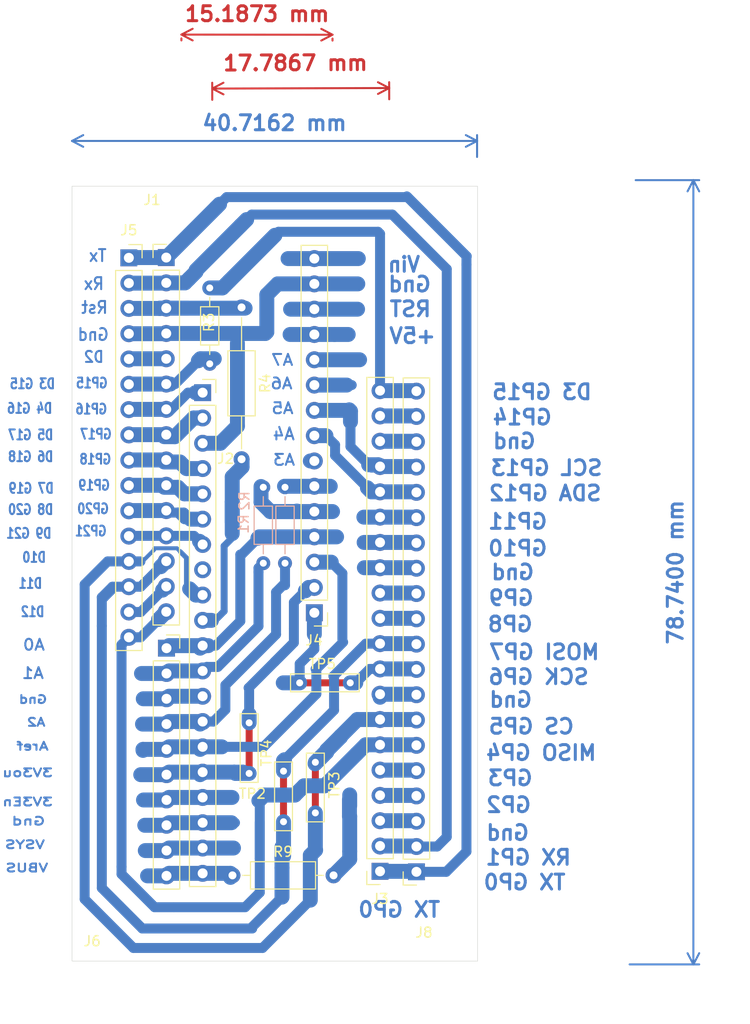
<source format=kicad_pcb>
(kicad_pcb (version 20221018) (generator pcbnew)
  (layers (0 "F.Cu" signal) (31 "B.Cu" signal) (34 "B.Paste" user) (35 "F.Paste" user) (36 "B.SilkS" user "B.Silkscreen") (37 "F.SilkS" user "F.Silkscreen") (38 "B.Mask" user) (39 "F.Mask" user) (44 "Edge.Cuts" user))
  (net 0 "")
  (net 1 "GND")
  (net 2 "Net-(J1-Pin_1)")
  (net 3 "Net-(J1-Pin_2)")
  (net 4 "Net-(J1-Pin_3)")
  (net 5 "Net-(J1-Pin_5)")
  (net 6 "Net-(J1-Pin_6)")
  (net 7 "Net-(J1-Pin_7)")
  (net 8 "Net-(J1-Pin_8)")
  (net 9 "Net-(J1-Pin_9)")
  (net 10 "Net-(J1-Pin_10)")
  (net 11 "Net-(J1-Pin_11)")
  (net 12 "Net-(J1-Pin_12)")
  (net 13 "Net-(J1-Pin_13)")
  (net 14 "Net-(J1-Pin_14)")
  (net 15 "Net-(J1-Pin_15)")
  (net 16 "Net-(J3-Pin_8)")
  (net 17 "Net-(J3-Pin_9)")
  (net 18 "Net-(J3-Pin_11)")
  (net 19 "Net-(J3-Pin_12)")
  (net 20 "Net-(J3-Pin_13)")
  (net 21 "Net-(J3-Pin_14)")
  (net 22 "Net-(J3-Pin_15)")
  (net 23 "Net-(J3-Pin_16)")
  (net 24 "Net-(J3-Pin_17)")
  (net 25 "Net-(J3-Pin_18)")
  (net 26 "Net-(J3-Pin_19)")
  (net 27 "Net-(J2-Pin_9)")
  (net 28 "Net-(J4-Pin_6)")
  (net 29 "Net-(J4-Pin_5)")
  (net 30 "unconnected-(J2-Pin_8-Pad8)")
  (net 31 "Net-(J2-Pin_11)")
  (net 32 "Net-(J2-Pin_12)")
  (net 33 "Net-(J2-Pin_13)")
  (net 34 "Net-(J2-Pin_14)")
  (net 35 "Net-(J2-Pin_15)")
  (net 36 "Net-(J2-Pin_16)")
  (net 37 "Net-(J2-Pin_17)")
  (net 38 "Net-(J2-Pin_18)")
  (net 39 "+5V")
  (net 40 "unconnected-(J4-Pin_7-Pad7)")
  (net 41 "unconnected-(J4-Pin_10-Pad10)")
  (net 42 "unconnected-(J4-Pin_11-Pad11)")
  (net 43 "unconnected-(J4-Pin_13-Pad13)")
  (net 44 "unconnected-(J4-Pin_15-Pad15)")
  (net 45 "Net-(J3-Pin_20)")
  (net 46 "Net-(J2-Pin_10)")
  (net 47 "Net-(J2-Pin_19)")
  (net 48 "Net-(J3-Pin_3)")
  (net 49 "Net-(J3-Pin_4)")
  (net 50 "Net-(J3-Pin_5)")
  (net 51 "Net-(J2-Pin_20)")
  (footprint "Connector_PinHeader_2.54mm:PinHeader_1x15_P2.54mm_Vertical" (layer "F.Cu") (at 81.534 39.2176)
    (fp_text reference "J1")
    (fp_text value "Nano_1x15")
  )
  (footprint "Connector_PinSocket_2.54mm:PinSocket_1x20_P2.54mm_Vertical" (layer "F.Cu") (at 85.1916 52.7812)
    (fp_text reference "J2")
    (fp_text value "Pi_21-40")
  )
  (footprint "Connector_PinSocket_2.54mm:PinSocket_1x20_P2.54mm_Vertical" (layer "F.Cu") (at 103.0224 100.838 180)
    (fp_text reference "J3")
    (fp_text value "Pi_1-20")
  )
  (footprint "TestPoint:TestPoint_Bridge_Pitch5.08mm_Drill0.7mm" (layer "F.Cu") (at 89.8652 91.0082 90)
    (fp_text reference "TP2")
    (fp_text value "Bridge")
  )
  (footprint "Resistor_THT:R_Axial_DIN0207_L6.3mm_D2.5mm_P10.16mm_Horizontal" (layer "F.Cu") (at 88.1888 101.2444)
    (fp_text reference "R9")
    (fp_text value "0")
  )
  (footprint "Connector_PinHeader_2.54mm:PinHeader_1x15_P2.54mm_Vertical" (layer "F.Cu") (at 96.4184 74.8792 180)
    (fp_text reference "J4")
    (fp_text value "Nano_16-30" hide)
  )
  (footprint "TestPoint:TestPoint_Bridge_Pitch5.08mm_Drill0.7mm" (layer "F.Cu") (at 96.52 94.9706 90)
    (fp_text reference "TP3")
    (fp_text value "Bridge")
  )
  (footprint "Resistor_THT:R_Axial_DIN0204_L3.6mm_D1.6mm_P7.62mm_Horizontal" (layer "F.Cu") (at 85.9028 49.8856 90)
    (fp_text reference "R3")
    (fp_text value "0")
  )
  (footprint "Connector_PinSocket_2.54mm:PinSocket_1x10_P2.54mm_Vertical" (layer "F.Cu") (at 81.5594 78.4352)
    (fp_text reference "J6")
    (fp_text value "Pico_Pow_ADC")
  )
  (footprint "Resistor_THT:R_Axial_DIN0207_L6.3mm_D2.5mm_P15.24mm_Horizontal" (layer "F.Cu") (at 89.1032 44.2214 -90)
    (fp_text reference "R4")
    (fp_text value "0")
  )
  (footprint "Connector_PinSocket_2.54mm:PinSocket_1x16_P2.54mm_Vertical" (layer "F.Cu") (at 77.7748 39.243)
    (fp_text reference "J5")
    (fp_text value "Nano_TX...MISO")
  )
  (footprint "TestPoint:TestPoint_Bridge_Pitch5.08mm_Drill0.7mm" (layer "F.Cu") (at 93.3196 95.8596 90)
    (fp_text reference "TP4")
    (fp_text value "Bridge")
  )
  (footprint "TestPoint:TestPoint_Bridge_Pitch5.08mm_Drill0.7mm" (layer "F.Cu") (at 100.0252 81.915 180)
    (fp_text reference "TP5")
    (fp_text value "Bridge")
  )
  (footprint "Connector_PinSocket_2.54mm:PinSocket_1x20_P2.54mm_Vertical" (layer "F.Cu") (at 106.68 100.8888 180)
    (fp_text reference "J8")
    (fp_text value "Pi1-20_conn")
  )
  (footprint "Resistor_THT:R_Axial_DIN0204_L3.6mm_D1.6mm_P7.62mm_Horizontal" (layer "B.Cu") (at 93.472 62.2808 -90)
    (fp_text reference "R1")
    (fp_text value "0")
  )
  (footprint "Resistor_THT:R_Axial_DIN0204_L3.6mm_D1.6mm_P7.62mm_Horizontal" (layer "B.Cu") (at 91.2876 62.2808 -90)
    (fp_text reference "R2")
    (fp_text value "0")
  )
  (gr_rect (start 72.0598 32.0548) (end 112.8268 109.855) (stroke (width 0.05)) (fill none) (layer "Edge.Cuts"))
  (gr_rect (start 109.0676 116.1288) (end 109.0676 116.1288) (stroke (width 0.05)) (fill none) (layer "Edge.Cuts"))
  (gr_text "D11" (at 69.1642 72.517) (layer "B.Cu") (effects (font (size 1 0.8) (thickness 0.2) bold) (justify left bottom mirror)))
  (gr_text "GP19" (at 75.9714 62.6618) (layer "B.Cu") (effects (font (size 1 0.8) (thickness 0.2) bold) (justify left bottom mirror)))
  (gr_text "+5V" (at 108.7628 47.9552) (layer "B.Cu") (effects (font (size 1.5 1.5) (thickness 0.3) bold) (justify left bottom mirror)))
  (gr_text "D10" (at 69.5452 69.9008) (layer "B.Cu") (effects (font (size 1 0.8) (thickness 0.2) bold) (justify left bottom mirror)))
  (gr_text "Gnd" (at 118.8212 58.5216) (layer "B.Cu") (effects (font (size 1.5 1.5) (thickness 0.3) bold) (justify left bottom mirror)))
  (gr_text "GP2" (at 118.364 95.0468) (layer "B.Cu") (effects (font (size 1.5 1.5) (thickness 0.3) bold) (justify left bottom mirror)))
  (gr_text "RST" (at 108.3056 45.2628) (layer "B.Cu") (effects (font (size 1.5 1.5) (thickness 0.3) bold) (justify left bottom mirror)))
  (gr_text "VSYS" (at 69.4436 98.6282) (layer "B.Cu") (effects (font (size 0.8 1.1) (thickness 0.2) bold) (justify left bottom mirror)))
  (gr_text "MISO GP4" (at 124.9172 89.8144) (layer "B.Cu") (effects (font (size 1.5 1.5) (thickness 0.3) bold) (justify left bottom mirror)))
  (gr_text "D8 G20" (at 70.2818 65.1002) (layer "B.Cu") (effects (font (size 1 0.8) (thickness 0.2) bold) (justify left bottom mirror)))
  (gr_text "GP8" (at 118.5164 76.9112) (layer "B.Cu") (effects (font (size 1.5 1.5) (thickness 0.3) bold) (justify left bottom mirror)))
  (gr_text "3V3ou" (at 70.231 91.4146) (layer "B.Cu") (effects (font (size 0.8 1.1) (thickness 0.2) bold) (justify left bottom mirror)))
  (gr_text "A6" (at 94.3356 52.5018) (layer "B.Cu") (effects (font (size 1.1 1.2) (thickness 0.2) bold) (justify left bottom mirror)))
  (gr_text "A5" (at 94.4372 54.991) (layer "B.Cu") (effects (font (size 1.1 1.2) (thickness 0.2) bold) (justify left bottom mirror)))
  (gr_text "MOSI GP7" (at 125.222 79.7052) (layer "B.Cu") (effects (font (size 1.5 1.5) (thickness 0.3) bold) (justify left bottom mirror)))
  (gr_text "A2" (at 69.4944 86.3346) (layer "B.Cu") (effects (font (size 0.8 1) (thickness 0.2) bold) (justify left bottom mirror)))
  (gr_text "VBUS" (at 69.7738 100.965) (layer "B.Cu") (effects (font (size 0.8 1.1) (thickness 0.2) bold) (justify left bottom mirror)))
  (gr_text "GP20" (at 75.8698 65.024) (layer "B.Cu") (effects (font (size 1 0.8) (thickness 0.2) bold) (justify left bottom mirror)))
  (gr_text "GP10" (at 119.9896 69.2912) (layer "B.Cu") (effects (font (size 1.5 1.5) (thickness 0.3) bold) (justify left bottom mirror)))
  (gr_text "A7" (at 94.4118 50.1396) (layer "B.Cu") (effects (font (size 1.1 1.2) (thickness 0.2) bold) (justify left bottom mirror)))
  (gr_text "GP16" (at 75.692 55.0164) (layer "B.Cu") (effects (font (size 1 0.8) (thickness 0.2) bold) (justify left bottom mirror)))
  (gr_text "TX GP0" (at 109.22 105.5624) (layer "B.Cu") (effects (font (size 1.5 1.5) (thickness 0.3) bold) (justify left bottom mirror)))
  (gr_text "Gnd" (at 69.4944 96.266) (layer "B.Cu") (effects (font (size 0.8 1.2) (thickness 0.2) bold) (justify left bottom mirror)))
  (gr_text "GP21" (at 75.6412 67.2592) (layer "B.Cu") (effects (font (size 1 0.8) (thickness 0.2) bold) (justify left bottom mirror)))
  (gr_text "SCK GP6" (at 124.1552 82.1944) (layer "B.Cu") (effects (font (size 1.5 1.5) (thickness 0.3) bold) (justify left bottom mirror)))
  (gr_text "Gnd" (at 118.6688 71.6788) (layer "B.Cu") (effects (font (size 1.5 1.5) (thickness 0.3) bold) (justify left bottom mirror)))
  (gr_text "A3" (at 94.5896 60.1726) (layer "B.Cu") (effects (font (size 1.1 1.2) (thickness 0.2) bold) (justify left bottom mirror)))
  (gr_text "Gnd" (at 118.1608 97.8408) (layer "B.Cu") (effects (font (size 1.5 1.5) (thickness 0.3) bold) (justify left bottom mirror)))
  (gr_text "GP11" (at 119.9896 66.5988) (layer "B.Cu") (effects (font (size 1.5 1.5) (thickness 0.3) bold) (justify left bottom mirror)))
  (gr_text "Gnd" (at 69.6722 84.0486) (layer "B.Cu") (effects (font (size 0.8 1) (thickness 0.2) bold) (justify left bottom mirror)))
  (gr_text "TX GP0" (at 121.8184 102.8192) (layer "B.Cu") (effects (font (size 1.5 1.5) (thickness 0.3) bold) (justify left bottom mirror)))
  (gr_text "A0" (at 69.4436 78.74) (layer "B.Cu") (effects (font (size 1.1 1.2) (thickness 0.2) bold) (justify left bottom mirror)))
  (gr_text "GP14" (at 120.4468 56.134) (layer "B.Cu") (effects (font (size 1.5 1.5) (thickness 0.3) bold) (justify left bottom mirror)))
  (gr_text "Gnd" (at 108.3056 42.7736) (layer "B.Cu") (effects (font (size 1.5 1.5) (thickness 0.3) bold) (justify left bottom mirror)))
  (gr_text "Vin" (at 107.188 40.7924) (layer "B.Cu") (effects (font (size 1.5 1.4) (thickness 0.3) bold) (justify left bottom mirror)))
  (gr_text "Aref" (at 69.8246 88.7476) (layer "B.Cu") (effects (font (size 0.8 1.1) (thickness 0.2) bold) (justify left bottom mirror)))
  (gr_text "D5 G17" (at 70.2818 57.6072) (layer "B.Cu") (effects (font (size 1 0.8) (thickness 0.2) bold) (justify left bottom mirror)))
  (gr_text "GP17" (at 76.1492 57.531) (layer "B.Cu") (effects (font (size 1 0.8) (thickness 0.2) bold) (justify left bottom mirror)))
  (gr_text "D3 G15" (at 70.4596 52.4764) (layer "B.Cu") (effects (font (size 1 0.8) (thickness 0.2) bold) (justify left bottom mirror)))
  (gr_text "Gnd" (at 75.8698 47.6504) (layer "B.Cu") (effects (font (size 1.2 1.1) (thickness 0.2) bold) (justify left bottom mirror)))
  (gr_text "D4 G16" (at 70.1802 54.9402) (layer "B.Cu") (effects (font (size 1 0.8) (thickness 0.2) bold) (justify left bottom mirror)))
  (gr_text "GP15" (at 75.7428 52.4002) (layer "B.Cu") (effects (font (size 1 0.8) (thickness 0.2) bold) (justify left bottom mirror)))
  (gr_text "A4" (at 94.5642 57.6326) (layer "B.Cu") (effects (font (size 1.2 1.2) (thickness 0.2) bold) (justify left bottom mirror)))
  (gr_text "GP9" (at 118.618 74.2696) (layer "B.Cu") (effects (font (size 1.5 1.5) (thickness 0.3) bold) (justify left bottom mirror)))
  (gr_text "GP18" (at 76.0984 60.0456) (layer "B.Cu") (effects (font (size 1 0.8) (thickness 0.2) bold) (justify left bottom mirror)))
  (gr_text "D12" (at 69.3928 75.3618) (layer "B.Cu") (effects (font (size 1 0.8) (thickness 0.2) bold) (justify left bottom mirror)))
  (gr_text "Rx" (at 75.3872 42.545) (layer "B.Cu") (effects (font (size 1.2 1.1) (thickness 0.2) bold) (justify left bottom mirror)))
  (gr_text "D7 G19" (at 70.3326 62.9666) (layer "B.Cu") (effects (font (size 1 0.8) (thickness 0.2) bold) (justify left bottom mirror)))
  (gr_text "D6 G18" (at 70.2818 59.7916) (layer "B.Cu") (effects (font (size 1 0.8) (thickness 0.2) bold) (justify left bottom mirror)))
  (gr_text "GP3" (at 118.5164 92.3544) (layer "B.Cu") (effects (font (size 1.5 1.5) (thickness 0.3) bold) (justify left bottom mirror)))
  (gr_text "A1" (at 69.342 81.5848) (layer "B.Cu") (effects (font (size 1.1 1.2) (thickness 0.2) bold) (justify left bottom mirror)))
  (gr_text "Rst" (at 75.7682 44.9326) (layer "B.Cu") (effects (font (size 1.2 1.1) (thickness 0.2) bold) (justify left bottom mirror)))
  (gr_text "3V3En" (at 70.231 94.3356) (layer "B.Cu") (effects (font (size 0.8 1.1) (thickness 0.2) bold) (justify left bottom mirror)))
  (gr_text "D2" (at 75.3618 49.8348) (layer "B.Cu") (effects (font (size 1.1 1) (thickness 0.2) bold) (justify left bottom mirror)))
  (gr_text "D3 GP15" (at 124.46 53.594) (layer "B.Cu") (effects (font (size 1.5 1.5) (thickness 0.3) bold) (justify left bottom mirror)))
  (gr_text "Gnd" (at 118.4656 84.4804) (layer "B.Cu") (effects (font (size 1.5 1.5) (thickness 0.3) bold) (justify left bottom mirror)))
  (gr_text "RX GP1" (at 122.3772 100.33) (layer "B.Cu") (effects (font (size 1.5 1.5) (thickness 0.3) bold) (justify left bottom mirror)))
  (gr_text "CS GP5" (at 122.682 87.1728) (layer "B.Cu") (effects (font (size 1.5 1.5) (thickness 0.3) bold) (justify left bottom mirror)))
  (gr_text "SDA GP12" (at 125.4252 63.754) (layer "B.Cu") (effects (font (size 1.5 1.5) (thickness 0.3) bold) (justify left bottom mirror)))
  (gr_text "SCL GP13" (at 125.5268 61.214) (layer "B.Cu") (effects (font (size 1.5 1.5) (thickness 0.3) bold) (justify left bottom mirror)))
  (gr_text "Tx" (at 75.6412 39.7256) (layer "B.Cu") (effects (font (size 1.2 1.1) (thickness 0.2) bold) (justify left bottom mirror)))
  (gr_text "D9 G21" (at 70.104 67.4878) (layer "B.Cu") (effects (font (size 1 0.8) (thickness 0.2) bold) (justify left bottom mirror)))
  (dimension (type aligned) (layer "F.Cu") (pts (xy 83.058 16.7132) (xy 98.245259 16.727682)) (height 0.116098) (gr_text "15,1873 mm" (at 90.675948 14.76098 359.9453649) (layer "F.Cu") (effects (font (size 1.5 1.5) (thickness 0.3)))) (format (prefix "") (suffix "") (units 3) (units_format 1) (precision 4)) (style (thickness 0.2) (arrow_length 1.27) (text_position_mode 2) (extension_height 0.58642) (extension_offset 0.5) keep_text_aligned))
  (dimension (type aligned) (layer "F.Cu") (pts (xy 86.161795 23.879737) (xy 103.948363 23.825205)) (height -1.629345) (gr_text "17,7867 mm" (at 94.522411 19.68806 0.1756630992) (layer "F.Cu") (effects (font (size 1.5 1.5) (thickness 0.3)))) (format (prefix "") (suffix "") (units 3) (units_format 1) (precision 4)) (style (thickness 0.2) (arrow_length 1.27) (text_position_mode 2) (extension_height 0.58642) (extension_offset 0.5) keep_text_aligned))
  (dimension (type orthogonal) (layer "B.Cu") (pts (xy 72.0598 27.5082) (xy 112.776 29.6164)) (height 0) (orientation 0) (gr_text "40,7162 mm" (at 92.4179 25.7082) (layer "B.Cu") (effects (font (size 1.5 1.5) (thickness 0.3)))) (format (prefix "") (suffix "") (units 3) (units_format 1) (precision 4)) (style (thickness 0.2) (arrow_length 1.27) (text_position_mode 0) (extension_height 0.58642) (extension_offset 0.5) keep_text_aligned))
  (dimension (type orthogonal) (layer "B.Cu") (pts (xy 128.2192 31.4452) (xy 127.6096 110.1852)) (height 6.2992) (orientation 1) (gr_text "78,7400 mm" (at 132.7184 70.8152 90) (layer "B.Cu") (effects (font (size 1.5 1.5) (thickness 0.3)))) (format (prefix "") (suffix "") (units 3) (units_format 1) (precision 4)) (style (thickness 0.2) (arrow_length 1.27) (text_position_mode 0) (extension_height 0.58642) (extension_offset 0.5) keep_text_aligned))
  (segment (start 91.6432 42.9514) (end 92.7354 41.8592) (width 1.5) (layer "B.Cu") (net 1))
  (segment (start 88.68769 47.81191) (end 88.68769 56.14311) (width 1.5) (layer "B.Cu") (net 1))
  (segment (start 81.534 46.8376) (end 91.4908 46.8376) (width 1.5) (layer "B.Cu") (net 1))
  (segment (start 92.7354 41.8592) (end 95.4786 41.8592) (width 1.5) (layer "B.Cu") (net 1))
  (segment (start 77.7748 46.863) (end 81.5086 46.863) (width 1.5) (layer "B.Cu") (net 1))
  (segment (start 91.6432 46.6852) (end 91.6432 42.9514) (width 1.5) (layer "B.Cu") (net 1))
  (segment (start 95.4786 41.8592) (end 96.4184 41.8592) (width 1.5) (layer "B.Cu") (net 1))
  (segment (start 86.9696 57.8612) (end 85.1916 57.8612) (width 1.5) (layer "B.Cu") (net 1))
  (segment (start 88.68769 56.14311) (end 86.9696 57.8612) (width 1.5) (layer "B.Cu") (net 1))
  (segment (start 91.4908 46.8376) (end 91.6432 46.6852) (width 1.5) (layer "B.Cu") (net 1))
  (segment (start 81.5086 46.863) (end 81.534 46.8376) (width 1.5) (layer "B.Cu") (net 1))
  (segment (start 96.4184 41.8592) (end 100.7872 41.8592) (width 1.5) (layer "B.Cu") (net 1))
  (segment (start 81.5086 39.243) (end 81.534 39.2176) (width 1.5) (layer "B.Cu") (net 2))
  (segment (start 77.8002 39.2176) (end 77.7748 39.243) (width 1.5) (layer "B.Cu") (net 2))
  (segment (start 109.6772 100.8888) (end 111.7092 98.8568) (width 1) (layer "B.Cu") (net 2))
  (segment (start 105.791 33.147) (end 87.6046 33.147) (width 1) (layer "B.Cu") (net 2))
  (segment (start 111.7346 39.0906) (end 107.3912 34.7472) (width 1) (layer "B.Cu") (net 2))
  (segment (start 107.3912 34.7472) (end 105.791 33.147) (width 1) (layer "B.Cu") (net 2))
  (segment (start 111.7092 98.8568) (end 111.7092 39.9288) (width 1) (layer "B.Cu") (net 2))
  (segment (start 111.7092 39.116) (end 111.7092 39.9288) (width 1) (layer "B.Cu") (net 2))
  (segment (start 111.7346 39.0906) (end 111.7092 39.116) (width 1) (layer "B.Cu") (net 2))
  (segment (start 81.534 39.2176) (end 77.8002 39.2176) (width 1.5) (layer "B.Cu") (net 2))
  (segment (start 86.5632 34.1884) (end 86.8934 33.8582) (width 1.5) (layer "B.Cu") (net 2))
  (segment (start 87.6046 33.147) (end 86.5632 34.1884) (width 1) (layer "B.Cu") (net 2))
  (segment (start 103.0224 100.838) (end 106.6292 100.838) (width 1.5) (layer "B.Cu") (net 2))
  (segment (start 105.7148 33.0708) (end 107.3912 34.7472) (width 1) (layer "B.Cu") (net 2))
  (segment (start 106.6292 100.838) (end 106.68 100.8888) (width 1.5) (layer "B.Cu") (net 2))
  (segment (start 106.68 100.8888) (end 109.6772 100.8888) (width 1) (layer "B.Cu") (net 2))
  (segment (start 81.534 39.2176) (end 86.5632 34.1884) (width 1.5) (layer "B.Cu") (net 2))
  (segment (start 84.52485 40.49395) (end 89.0016 36.0172) (width 1.5) (layer "B.Cu") (net 3))
  (segment (start 83.4136 41.7576) (end 83.8327 41.3385) (width 1.5) (layer "B.Cu") (net 3))
  (segment (start 109.728 40.371275) (end 104.256326 34.8996) (width 1) (layer "B.Cu") (net 3))
  (segment (start 81.5086 41.783) (end 81.534 41.7576) (width 1.5) (layer "B.Cu") (net 3))
  (segment (start 83.8327 41.3385) (end 84.5312 40.64) (width 1.5) (layer "B.Cu") (net 3))
  (segment (start 104.256326 34.8996) (end 90.1192 34.8996) (width 1) (layer "B.Cu") (net 3))
  (segment (start 89.0016 36.0172) (end 89.61755 35.40125) (width 1.5) (layer "B.Cu") (net 3))
  (segment (start 103.0224 98.298) (end 106.6292 98.298) (width 1.5) (layer "B.Cu") (net 3))
  (segment (start 81.534 41.7576) (end 83.4136 41.7576) (width 1.5) (layer "B.Cu") (net 3))
  (segment (start 77.7748 41.783) (end 81.5086 41.783) (width 1.5) (layer "B.Cu") (net 3))
  (segment (start 106.68 98.3488) (end 108.7628 98.3488) (width 1) (layer "B.Cu") (net 3))
  (segment (start 108.7628 98.3488) (end 109.728 97.3836) (width 1) (layer "B.Cu") (net 3))
  (segment (start 106.6292 98.298) (end 106.68 98.3488) (width 1.5) (layer "B.Cu") (net 3))
  (segment (start 90.1192 34.8996) (end 89.0016 36.0172) (width 1) (layer "B.Cu") (net 3))
  (segment (start 109.728 97.3836) (end 109.728 40.371275) (width 1) (layer "B.Cu") (net 3))
  (segment (start 82.6516 44.2976) (end 89.4588 44.2976) (width 1.5) (layer "B.Cu") (net 4))
  (segment (start 81.534 44.2976) (end 82.6516 44.2976) (width 1.5) (layer "B.Cu") (net 4))
  (segment (start 80.899 44.2976) (end 80.8736 44.323) (width 1.5) (layer "B.Cu") (net 4))
  (segment (start 82.6516 44.2976) (end 83.6676 44.2976) (width 1) (layer "B.Cu") (net 4))
  (segment (start 80.8736 44.323) (end 81.5086 44.323) (width 1.5) (layer "B.Cu") (net 4))
  (segment (start 83.6676 44.2976) (end 80.899 44.2976) (width 1.5) (layer "B.Cu") (net 4))
  (segment (start 81.5086 44.323) (end 81.534 44.2976) (width 1.5) (layer "B.Cu") (net 4))
  (segment (start 77.7748 44.323) (end 80.8736 44.323) (width 1.5) (layer "B.Cu") (net 4))
  (segment (start 77.8002 49.3776) (end 77.7748 49.403) (width 1.5) (layer "B.Cu") (net 5))
  (segment (start 81.534 49.3776) (end 77.8002 49.3776) (width 1.5) (layer "B.Cu") (net 5))
  (segment (start 81.534 51.9176) (end 82.423 51.9176) (width 1) (layer "B.Cu") (net 6))
  (segment (start 84.963 49.3776) (end 84.7598 49.5808) (width 1.5) (layer "B.Cu") (net 6))
  (segment (start 86.36 49.3776) (end 84.963 49.3776) (width 1.5) (layer "B.Cu") (net 6))
  (segment (start 82.423 51.9176) (end 84.7598 49.5808) (width 1) (layer "B.Cu") (net 6))
  (segment (start 81.534 51.9176) (end 81.9404 51.9176) (width 1.5) (layer "B.Cu") (net 6))
  (segment (start 81.534 51.9176) (end 77.8002 51.9176) (width 1.5) (layer "B.Cu") (net 6))
  (segment (start 77.8002 51.9176) (end 77.7748 51.943) (width 1.5) (layer "B.Cu") (net 6))
  (segment (start 83.7184 52.7812) (end 84.4804 52.7812) (width 1) (layer "B.Cu") (net 7))
  (segment (start 85.1916 52.7812) (end 84.4804 52.7812) (width 1.5) (layer "B.Cu") (net 7))
  (segment (start 77.8002 54.4576) (end 77.7748 54.483) (width 1.5) (layer "B.Cu") (net 7))
  (segment (start 81.3308 54.6608) (end 81.8388 54.6608) (width 1) (layer "B.Cu") (net 7))
  (segment (start 81.534 54.4576) (end 77.8002 54.4576) (width 1.5) (layer "B.Cu") (net 7))
  (segment (start 81.8388 54.6608) (end 83.7184 52.7812) (width 1) (layer "B.Cu") (net 7))
  (segment (start 77.8002 56.9976) (end 77.7748 57.023) (width 1.5) (layer "B.Cu") (net 8))
  (segment (start 82.6262 56.9722) (end 84.2772 55.3212) (width 1.5) (layer "B.Cu") (net 8))
  (segment (start 85.1916 55.3212) (end 84.6836 55.3212) (width 1.5) (layer "B.Cu") (net 8))
  (segment (start 82.3976 57.2008) (end 82.6262 56.9722) (width 1.5) (layer "B.Cu") (net 8))
  (segment (start 81.3308 57.2008) (end 82.3976 57.2008) (width 1.5) (layer "B.Cu") (net 8))
  (segment (start 81.534 56.9976) (end 77.8002 56.9976) (width 1.5) (layer "B.Cu") (net 8))
  (segment (start 84.2772 55.3212) (end 84.6836 55.3212) (width 1.5) (layer "B.Cu") (net 8))
  (segment (start 81.5086 59.563) (end 81.534 59.5376) (width 1.5) (layer "B.Cu") (net 9))
  (segment (start 85.1916 60.4012) (end 83.566 60.4012) (width 1.5) (layer "B.Cu") (net 9))
  (segment (start 77.8002 59.5376) (end 77.7748 59.563) (width 1.5) (layer "B.Cu") (net 9))
  (segment (start 82.9056 59.7408) (end 81.3308 59.7408) (width 1.5) (layer "B.Cu") (net 9))
  (segment (start 83.566 60.4012) (end 82.9056 59.7408) (width 1.5) (layer "B.Cu") (net 9))
  (segment (start 81.534 59.5376) (end 77.8002 59.5376) (width 1.5) (layer "B.Cu") (net 9))
  (segment (start 85.1916 62.9412) (end 83.3628 62.9412) (width 1.5) (layer "B.Cu") (net 10))
  (segment (start 84.074 62.9412) (end 83.3628 62.9412) (width 1) (layer "B.Cu") (net 10))
  (segment (start 81.534 62.0776) (end 77.8002 62.0776) (width 1.5) (layer "B.Cu") (net 10))
  (segment (start 82.7024 62.2808) (end 81.3308 62.2808) (width 1.5) (layer "B.Cu") (net 10))
  (segment (start 83.3628 62.9412) (end 82.7024 62.2808) (width 1.5) (layer "B.Cu") (net 10))
  (segment (start 85.1916 62.9412) (end 84.074 62.9412) (width 1.5) (layer "B.Cu") (net 10))
  (segment (start 77.8002 62.0776) (end 77.7748 62.103) (width 1.5) (layer "B.Cu") (net 10))
  (segment (start 81.5086 62.103) (end 81.534 62.0776) (width 1.5) (layer "B.Cu") (net 10))
  (segment (start 83.3628 65.4812) (end 82.7024 64.8208) (width 1) (layer "B.Cu") (net 11))
  (segment (start 83.312 64.8208) (end 82.7024 64.8208) (width 1) (layer "B.Cu") (net 11))
  (segment (start 82.7024 64.8208) (end 81.3308 64.8208) (width 1) (layer "B.Cu") (net 11))
  (segment (start 77.8002 64.6176) (end 77.7748 64.643) (width 1.5) (layer "B.Cu") (net 11))
  (segment (start 85.1916 65.4812) (end 83.3628 65.4812) (width 1) (layer "B.Cu") (net 11))
  (segment (start 81.5086 64.643) (end 81.534 64.6176) (width 1.5) (layer "B.Cu") (net 11))
  (segment (start 85.1916 65.4812) (end 83.9724 65.4812) (width 1.5) (layer "B.Cu") (net 11))
  (segment (start 83.9724 65.4812) (end 83.312 64.8208) (width 1) (layer "B.Cu") (net 11))
  (segment (start 81.534 64.6176) (end 77.8002 64.6176) (width 1.5) (layer "B.Cu") (net 11))
  (segment (start 77.8002 67.1576) (end 77.7748 67.183) (width 1) (layer "B.Cu") (net 12))
  (segment (start 81.534 67.1576) (end 77.8002 67.1576) (width 1) (layer "B.Cu") (net 12))
  (segment (start 81.534 67.1576) (end 84.328 67.1576) (width 1) (layer "B.Cu") (net 12))
  (segment (start 84.328 67.1576) (end 84.8741 67.7037) (width 1) (layer "B.Cu") (net 12))
  (segment (start 85.1916 68.0212) (end 84.8741 67.7037) (width 1.5) (layer "B.Cu") (net 12))
  (segment (start 93.3196 95.8596) (end 93.3196 90.7796) (width 0.7) (layer "F.Cu") (net 13))
  (segment (start 93.3196 99.314) (end 93.3196 95.8596) (width 1.5) (layer "B.Cu") (net 13))
  (segment (start 81.534 69.6976) (end 80.9752 70.2564) (width 1.5) (layer "B.Cu") (net 13))
  (segment (start 93.1672 99.4664) (end 93.3196 99.314) (width 1.5) (layer "B.Cu") (net 13))
  (segment (start 90.17 106.426) (end 90.17 106.5784) (width 1) (layer "B.Cu") (net 13))
  (segment (start 75.057 76.2) (end 75.057 73.3298) (width 1) (layer "B.Cu") (net 13))
  (segment (start 98.3361 81.2419) (end 98.3996 81.3054) (width 1) (layer "B.Cu") (net 13))
  (segment (start 76.835 104.2924) (end 79.121 106.5784) (width 1) (layer "B.Cu") (net 13))
  (segment (start 93.1672 98.3996) (end 93.1672 99.4664) (width 1.5) (layer "B.Cu") (net 13))
  (segment (start 93.1672 103.4288) (end 90.17 106.426) (width 1) (layer "B.Cu") (net 13))
  (segment (start 106.6292 77.978) (end 106.68 78.0288) (width 1.5) (layer "B.Cu") (net 13))
  (segment (start 75.057 102.5144) (end 76.835 104.2924) (width 1) (layer "B.Cu") (net 13))
  (segment (start 103.0224 77.978) (end 101.6 77.978) (width 1) (layer "B.Cu") (net 13))
  (segment (start 98.3996 81.3054) (end 98.3996 84.6582) (width 1) (layer "B.Cu") (net 13))
  (segment (start 75.2602 73.3298) (end 75.9714 72.6186) (width 1) (layer "B.Cu") (net 13))
  (segment (start 75.057 73.3298) (end 75.2602 73.3298) (width 1) (layer "B.Cu") (net 13))
  (segment (start 76.1238 72.263) (end 75.057 73.3298) (width 1) (layer "B.Cu") (net 13))
  (segment (start 93.1672 100.4824) (end 93.1672 103.4288) (width 1.5) (layer "B.Cu") (net 13))
  (segment (start 98.3996 84.6582) (end 93.4212 89.6366) (width 1) (layer "B.Cu") (net 13))
  (segment (start 93.1672 99.4664) (end 93.1672 100.4824) (width 1.5) (layer "B.Cu") (net 13))
  (segment (start 93.3196 90.7796) (end 93.3196 89.7382) (width 1.5) (layer "B.Cu") (net 13))
  (segment (start 78.9686 72.263) (end 77.7748 72.263) (width 1) (layer "B.Cu") (net 13))
  (segment (start 77.7748 72.263) (end 76.1238 72.263) (width 1) (layer "B.Cu") (net 13))
  (segment (start 90.17 106.5784) (end 79.121 106.5784) (width 1) (layer "B.Cu") (net 13))
  (segment (start 75.057 76.2) (end 75.057 102.5144) (width 1) (layer "B.Cu") (net 13))
  (segment (start 93.3196 89.7382) (end 93.4212 89.6366) (width 1.5) (layer "B.Cu") (net 13))
  (segment (start 103.0224 77.978) (end 106.6292 77.978) (width 1.5) (layer "B.Cu") (net 13))
  (segment (start 101.6 77.978) (end 98.3361 81.2419) (width 1) (layer "B.Cu") (net 13))
  (segment (start 80.9752 70.2564) (end 78.9686 72.263) (width 1) (layer "B.Cu") (net 13))
  (segment (start 78.9686 74.803) (end 77.7748 74.803) (width 1) (layer "B.Cu") (net 14))
  (segment (start 81.534 72.2376) (end 81.1657 72.6059) (width 1.5) (layer "B.Cu") (net 14))
  (segment (start 81.1657 72.6059) (end 78.9686 74.803) (width 1) (layer "B.Cu") (net 14))
  (segment (start 99.6696 90.043) (end 100.6729 89.0397) (width 1) (layer "B.Cu") (net 15))
  (segment (start 91.4019 93.1799) (end 90.8431 93.7387) (width 1.5) (layer "B.Cu") (net 15))
  (segment (start 90.932 93.8276) (end 90.8431 93.7387) (width 1) (layer "B.Cu") (net 15))
  (segment (start 77.0382 101.1174) (end 80.3656 104.4448) (width 1) (layer "B.Cu") (net 15))
  (segment (start 103.0224 88.138) (end 103.9368 88.138) (width 1.5) (layer "B.Cu") (net 15))
  (segment (start 80.3656 104.4448) (end 82.296 104.4448) (width 1) (layer "B.Cu") (net 15))
  (segment (start 90.932 99.568) (end 90.932 102.9716) (width 1) (layer "B.Cu") (net 15))
  (segment (start 78.9686 77.343) (end 80.7593 75.5523) (width 1) (layer "B.Cu") (net 15))
  (segment (start 103.9368 88.138) (end 101.5746 88.138) (width 1.5) (layer "B.Cu") (net 15))
  (segment (start 101.5746 88.138) (end 100.6729 89.0397) (width 1.5) (layer "B.Cu") (net 15))
  (segment (start 94.4626 93.1799) (end 91.4019 93.1799) (width 1.5) (layer "B.Cu") (net 15))
  (segment (start 81.534 74.7776) (end 80.7593 75.5523) (width 1.5) (layer "B.Cu") (net 15))
  (segment (start 90.932 95.9104) (end 90.932 99.568) (width 1) (layer "B.Cu") (net 15))
  (segment (start 77.0382 100.3808) (end 77.0382 101.1174) (width 1) (layer "B.Cu") (net 15))
  (segment (start 95.3897 92.2528) (end 94.4626 93.1799) (width 1.5) (layer "B.Cu") (net 15))
  (segment (start 77.7748 77.343) (end 78.9686 77.343) (width 1) (layer "B.Cu") (net 15))
  (segment (start 100.6729 89.0397) (end 97.4598 92.2528) (width 1.5) (layer "B.Cu") (net 15))
  (segment (start 77.0382 78.0796) (end 77.0382 100.3808) (width 1) (layer "B.Cu") (net 15))
  (segment (start 103.9368 88.138) (end 106.6292 88.138) (width 1.5) (layer "B.Cu") (net 15))
  (segment (start 106.6292 88.138) (end 106.68 88.1888) (width 1.5) (layer "B.Cu") (net 15))
  (segment (start 90.932 102.9716) (end 89.4588 104.4448) (width 1) (layer "B.Cu") (net 15))
  (segment (start 89.4588 104.4448) (end 82.296 104.4448) (width 1) (layer "B.Cu") (net 15))
  (segment (start 77.7748 77.343) (end 77.0382 78.0796) (width 1) (layer "B.Cu") (net 15))
  (segment (start 94.4626 93.1799) (end 93.6625 93.1799) (width 1.5) (layer "B.Cu") (net 15))
  (segment (start 90.932 99.568) (end 90.932 93.8276) (width 1) (layer "B.Cu") (net 15))
  (segment (start 97.4598 92.2528) (end 95.3897 92.2528) (width 1.5) (layer "B.Cu") (net 15))
  (segment (start 103.0224 83.058) (end 106.6292 83.058) (width 1.5) (layer "B.Cu") (net 16))
  (segment (start 103.0224 83.3628) (end 103.0224 83.058) (width 1.5) (layer "B.Cu") (net 16))
  (segment (start 106.6292 83.058) (end 106.68 83.1088) (width 1.5) (layer "B.Cu") (net 16))
  (segment (start 100.0252 81.915) (end 94.9452 81.915) (width 0.7) (layer "F.Cu") (net 17))
  (segment (start 94.9452 81.915) (end 93.2942 81.915) (width 1.5) (layer "B.Cu") (net 17))
  (segment (start 101.981 80.518) (end 103.0224 80.518) (width 1) (layer "B.Cu") (net 17))
  (segment (start 96.4184 74.8792) (end 96.4184 77.0382) (width 1.5) (layer "B.Cu") (net 17))
  (segment (start 94.9452 81.915) (end 94.9452 80.01) (width 1) (layer "B.Cu") (net 17))
  (segment (start 96.4184 78.5368) (end 96.4184 77.0382) (width 1) (layer "B.Cu") (net 17))
  (segment (start 106.6292 80.518) (end 106.68 80.5688) (width 1.5) (layer "B.Cu") (net 17))
  (segment (start 103.0224 80.518) (end 106.6292 80.518) (width 1.5) (layer "B.Cu") (net 17))
  (segment (start 100.0252 81.915) (end 100.584 81.915) (width 1.5) (layer "B.Cu") (net 17))
  (segment (start 94.9452 80.01) (end 96.4184 78.5368) (width 1) (layer "B.Cu") (net 17))
  (segment (start 100.584 81.915) (end 101.981 80.518) (width 1) (layer "B.Cu") (net 17))
  (segment (start 106.6292 75.438) (end 106.68 75.4888) (width 1.5) (layer "B.Cu") (net 18))
  (segment (start 103.0224 75.438) (end 106.6292 75.438) (width 1.5) (layer "B.Cu") (net 18))
  (segment (start 106.6292 72.898) (end 106.68 72.9488) (width 1.5) (layer "B.Cu") (net 19))
  (segment (start 103.0224 72.898) (end 106.6292 72.898) (width 1.5) (layer "B.Cu") (net 19))
  (segment (start 103.0224 70.358) (end 101.4476 70.358) (width 1.5) (layer "B.Cu") (net 20))
  (segment (start 103.0224 70.358) (end 106.6292 70.358) (width 1.5) (layer "B.Cu") (net 20))
  (segment (start 106.6292 70.358) (end 106.68 70.4088) (width 1.5) (layer "B.Cu") (net 20))
  (segment (start 103.0224 67.818) (end 101.4222 67.818) (width 1.5) (layer "B.Cu") (net 21))
  (segment (start 103.0224 67.818) (end 106.6292 67.818) (width 1.5) (layer "B.Cu") (net 21))
  (segment (start 106.6292 67.818) (end 106.68 67.8688) (width 1.5) (layer "B.Cu") (net 21))
  (segment (start 103.0224 65.278) (end 106.6292 65.278) (width 1.5) (layer "B.Cu") (net 22))
  (segment (start 103.0224 65.278) (end 101.3968 65.278) (width 1.5) (layer "B.Cu") (net 22))
  (segment (start 106.6292 65.278) (end 106.68 65.3288) (width 1.5) (layer "B.Cu") (net 22))
  (segment (start 102.1588 62.738) (end 101.7524 62.3316) (width 1.5) (layer "B.Cu") (net 23))
  (segment (start 103.0224 62.738) (end 106.6292 62.738) (width 1.5) (layer "B.Cu") (net 23))
  (segment (start 96.4184 57.0992) (end 97.5868 57.0992) (width 1.5) (layer "B.Cu") (net 23))
  (segment (start 97.5868 57.0992) (end 98.5012 58.0136) (width 1) (layer "B.Cu") (net 23))
  (segment (start 98.5012 58.0136) (end 98.5012 59.0804) (width 1) (layer "B.Cu") (net 23))
  (segment (start 103.0224 62.738) (end 102.1588 62.738) (width 1.5) (layer "B.Cu") (net 23))
  (segment (start 101.7524 62.3316) (end 98.5012 59.0804) (width 1) (layer "B.Cu") (net 23))
  (segment (start 106.6292 62.738) (end 106.68 62.7888) (width 1.5) (layer "B.Cu") (net 23))
  (segment (start 99.8728 54.5592) (end 99.9236 54.5084) (width 1.5) (layer "B.Cu") (net 24))
  (segment (start 103.124 60.2996) (end 102.1588 60.2996) (width 1) (layer "B.Cu") (net 24))
  (segment (start 102.1588 60.2996) (end 101.8794 60.0202) (width 1) (layer "B.Cu") (net 24))
  (segment (start 96.4184 54.5592) (end 99.8728 54.5592) (width 1.5) (layer "B.Cu") (net 24))
  (segment (start 103.0224 60.198) (end 106.6292 60.198) (width 1.5) (layer "B.Cu") (net 24))
  (segment (start 100.0506 58.1914) (end 100.0506 55.7022) (width 1) (layer "B.Cu") (net 24))
  (segment (start 106.6292 60.198) (end 106.68 60.2488) (width 1.5) (layer "B.Cu") (net 24))
  (segment (start 99.9236 54.5084) (end 100.0506 54.6354) (width 1.5) (layer "B.Cu") (net 24))
  (segment (start 102.8446 60.0202) (end 101.8794 60.0202) (width 1.5) (layer "B.Cu") (net 24))
  (segment (start 100.0506 54.6354) (end 100.0506 55.7022) (width 1.5) (layer "B.Cu") (net 24))
  (segment (start 101.8794 60.0202) (end 100.0506 58.1914) (width 1) (layer "B.Cu") (net 24))
  (segment (start 103.0224 60.198) (end 102.8446 60.0202) (width 1.5) (layer "B.Cu") (net 24))
  (segment (start 103.0224 57.658) (end 106.6292 57.658) (width 1.5) (layer "B.Cu") (net 25))
  (segment (start 103.0224 57.658) (end 104.394 57.658) (width 1.5) (layer "B.Cu") (net 25))
  (segment (start 103.0224 55.118) (end 106.6292 55.118) (width 1.5) (layer "B.Cu") (net 26))
  (segment (start 106.6292 55.118) (end 106.68 55.1688) (width 1.5) (layer "B.Cu") (net 26))
  (segment (start 96.52 94.9706) (end 96.52 89.8906) (width 0.7) (layer "F.Cu") (net 27))
  (segment (start 79.1464 69.723) (end 78.9432 69.723) (width 0.4) (layer "B.Cu") (net 27))
  (segment (start 100.7364 85.598) (end 99.06 87.2744) (width 1.5) (layer "B.Cu") (net 27))
  (segment (start 80.3094 68.56) (end 79.1464 69.723) (width 0.4) (layer "B.Cu") (net 27))
  (segment (start 106.6292 85.598) (end 106.68 85.6488) (width 1.5) (layer "B.Cu") (net 27))
  (segment (start 96.5454 98.7044) (end 96.012 99.2378) (width 1.5) (layer "B.Cu") (net 27))
  (segment (start 78.232 108.5342) (end 91.2114 108.5342) (width 1) (layer "B.Cu") (net 27))
  (segment (start 77.7748 69.723) (end 78.9432 69.723) (width 1) (layer "B.Cu") (net 27))
  (segment (start 83.566 72.1614) (end 83.566 69.3674) (width 0.5) (layer "B.Cu") (net 27))
  (segment (start 82.9564 68.7578) (end 82.6062 68.4076) (width 0.4) (layer "B.Cu") (net 27))
  (segment (start 85.1916 73.1012) (end 84.5058 73.1012) (width 1.5) (layer "B.Cu") (net 27))
  (segment (start 80.3094 68.4076) (end 80.3094 68.56) (width 0.4) (layer "B.Cu") (net 27))
  (segment (start 96.5454 98.7044) (end 96.52 98.679) (width 1.5) (layer "B.Cu") (net 27))
  (segment (start 96.52 98.679) (end 96.52 94.9706) (width 1.5) (layer "B.Cu") (net 27))
  (segment (start 77.7748 69.723) (end 75.6412 69.723) (width 1) (layer "B.Cu") (net 27))
  (segment (start 103.0224 85.598) (end 103.8098 85.598) (width 1.5) (layer "B.Cu") (net 27))
  (segment (start 103.8098 85.598) (end 100.7364 85.598) (width 1.5) (layer "B.Cu") (net 27))
  (segment (start 75.6412 69.723) (end 73.3298 72.0344) (width 1) (layer "B.Cu") (net 27))
  (segment (start 83.566 69.3674) (end 82.9564 68.7578) (width 0.5) (layer "B.Cu") (net 27))
  (segment (start 73.3298 103.632) (end 78.232 108.5342) (width 1) (layer "B.Cu") (net 27))
  (segment (start 91.2114 108.5342) (end 96.012 103.7336) (width 1) (layer "B.Cu") (net 27))
  (segment (start 99.06 87.2744) (end 97.663 88.6714) (width 1.5) (layer "B.Cu") (net 27))
  (segment (start 96.012 99.2378) (end 96.012 103.7336) (width 1.5) (layer "B.Cu") (net 27))
  (segment (start 103.8098 85.598) (end 106.6292 85.598) (width 1.5) (layer "B.Cu") (net 27))
  (segment (start 97.663 88.6714) (end 97.663 88.8746) (width 1.5) (layer "B.Cu") (net 27))
  (segment (start 82.6062 68.4076) (end 80.3094 68.4076) (width 0.4) (layer "B.Cu") (net 27))
  (segment (start 99.06 87.3506) (end 96.52 89.8906) (width 1.5) (layer "B.Cu") (net 27))
  (segment (start 73.3298 72.0344) (end 73.3298 103.632) (width 1) (layer "B.Cu") (net 27))
  (segment (start 97.663 88.8746) (end 96.4946 90.043) (width 1.5) (layer "B.Cu") (net 27))
  (segment (start 99.06 87.2744) (end 99.06 87.3506) (width 1.5) (layer "B.Cu") (net 27))
  (segment (start 84.5058 73.1012) (end 83.8835 72.4789) (width 1.5) (layer "B.Cu") (net 27))
  (segment (start 83.8835 72.4789) (end 83.566 72.1614) (width 0.5) (layer "B.Cu") (net 27))
  (segment (start 96.4184 62.1792) (end 98.0186 62.1792) (width 1.5) (layer "B.Cu") (net 28))
  (segment (start 96.4184 62.1792) (end 93.4212 62.1792) (width 1.5) (layer "B.Cu") (net 28))
  (segment (start 91.9988 64.7192) (end 97.4598 64.7192) (width 1.5) (layer "B.Cu") (net 29))
  (segment (start 91.059 63.7794) (end 91.9988 64.7192) (width 1.5) (layer "B.Cu") (net 29))
  (segment (start 91.9988 64.7192) (end 94.7166 64.7192) (width 1.5) (layer "B.Cu") (net 29))
  (segment (start 93.5736 64.7192) (end 93.5482 64.7446) (width 1) (layer "B.Cu") (net 29))
  (segment (start 91.059 62.2046) (end 91.059 63.7794) (width 1.5) (layer "B.Cu") (net 29))
  (segment (start 96.4184 64.7192) (end 94.7166 64.7192) (width 1.5) (layer "B.Cu") (net 29))
  (segment (start 97.4598 64.7192) (end 96.4184 64.7192) (width 1.5) (layer "B.Cu") (net 29))
  (segment (start 98.2472 64.7192) (end 97.4598 64.7192) (width 1.5) (layer "B.Cu") (net 29))
  (segment (start 94.7166 64.7192) (end 94.6658 64.6684) (width 1.5) (layer "B.Cu") (net 29))
  (segment (start 94.7166 64.7192) (end 93.5736 64.7192) (width 1.5) (layer "B.Cu") (net 29))
  (segment (start 85.1662 70.5358) (end 85.1916 70.5612) (width 1.5) (layer "B.Cu") (net 30))
  (segment (start 88.9762 69.0372) (end 89.1032 69.0372) (width 1) (layer "B.Cu") (net 31))
  (segment (start 98.6536 67.2592) (end 96.4184 67.2592) (width 1.5) (layer "B.Cu") (net 31))
  (segment (start 85.7504 78.1812) (end 86.5124 78.1812) (width 1) (layer "B.Cu") (net 31))
  (segment (start 81.8134 78.1812) (end 81.5594 78.4352) (width 1.5) (layer "B.Cu") (net 31))
  (segment (start 88.9762 75.7174) (end 88.9762 69.0372) (width 1) (layer "B.Cu") (net 31))
  (segment (start 84.9376 78.4352) (end 85.1916 78.1812) (width 1.5) (layer "B.Cu") (net 31))
  (segment (start 85.1916 78.1812) (end 81.8134 78.1812) (width 1.5) (layer "B.Cu") (net 31))
  (segment (start 90.8812 67.2592) (end 90.7415 67.3989) (width 1.5) (layer "B.Cu") (net 31))
  (segment (start 86.5124 78.1812) (end 88.9762 75.7174) (width 1) (layer "B.Cu") (net 31))
  (segment (start 89.1032 69.0372) (end 90.7415 67.3989) (width 1) (layer "B.Cu") (net 31))
  (segment (start 96.4184 67.2592) (end 90.8812 67.2592) (width 1.5) (layer "B.Cu") (net 31))
  (segment (start 85.1916 78.1812) (end 85.7504 78.1812) (width 1.5) (layer "B.Cu") (net 31))
  (segment (start 81.5594 78.4352) (end 81.5086 78.3844) (width 1.5) (layer "B.Cu") (net 31))
  (segment (start 90.805 70.7898) (end 90.805 70.3834) (width 1) (layer "B.Cu") (net 32))
  (segment (start 81.8134 80.7212) (end 81.5594 80.9752) (width 1.5) (layer "B.Cu") (net 32))
  (segment (start 85.598 80.3148) (end 86.7156 80.3148) (width 1) (layer "B.Cu") (net 32))
  (segment (start 90.805 76.2254) (end 90.805 70.7898) (width 1) (layer "B.Cu") (net 32))
  (segment (start 86.7156 80.3148) (end 90.805 76.2254) (width 1) (layer "B.Cu") (net 32))
  (segment (start 90.805 70.3834) (end 91.2876 69.9008) (width 1) (layer "B.Cu") (net 32))
  (segment (start 85.1916 80.7212) (end 85.598 80.3148) (width 1) (layer "B.Cu") (net 32))
  (segment (start 85.1916 80.7212) (end 81.8134 80.7212) (width 1.5) (layer "B.Cu") (net 32))
  (segment (start 85.1916 80.7212) (end 85.2805 80.6323) (width 1.5) (layer "B.Cu") (net 32))
  (segment (start 81.5594 80.9752) (end 79.0448 80.9752) (width 1.5) (layer "B.Cu") (net 32))
  (segment (start 81.8134 83.2612) (end 81.5594 83.5152) (width 1.5) (layer "B.Cu") (net 33))
  (segment (start 85.1916 83.2612) (end 81.8134 83.2612) (width 1.5) (layer "B.Cu") (net 33))
  (segment (start 81.5594 83.5152) (end 79.2226 83.5152) (width 1.5) (layer "B.Cu") (net 33))
  (segment (start 87.4776 84.6074) (end 87.4776 82.1436) (width 1) (layer "B.Cu") (net 34))
  (segment (start 93.2688 72.1106) (end 93.472 72.1106) (width 1) (layer "B.Cu") (net 34))
  (segment (start 85.1916 85.8012) (end 81.8134 85.8012) (width 1.5) (layer "B.Cu") (net 34))
  (segment (start 85.1916 85.8012) (end 86.2838 85.8012) (width 1) (layer "B.Cu") (net 34))
  (segment (start 84.9376 86.0552) (end 85.1916 85.8012) (width 1.5) (layer "B.Cu") (net 34))
  (segment (start 92.5703 72.8091) (end 93.2688 72.1106) (width 1) (layer "B.Cu") (net 34))
  (segment (start 86.2838 85.8012) (end 87.4776 84.6074) (width 1) (layer "B.Cu") (net 34))
  (segment (start 81.8134 85.8012) (end 81.5594 86.0552) (width 1.5) (layer "B.Cu") (net 34))
  (segment (start 87.4776 82.1436) (end 92.5703 77.0509) (width 1) (layer "B.Cu") (net 34))
  (segment (start 92.5703 77.0509) (end 92.5703 72.8091) (width 1) (layer "B.Cu") (net 34))
  (segment (start 81.5594 86.0552) (end 79.1464 86.0552) (width 1.5) (layer "B.Cu") (net 34))
  (segment (start 93.472 72.1106) (end 93.472 69.9008) (width 1) (layer "B.Cu") (net 34))
  (segment (start 84.9376 88.5952) (end 85.1916 88.3412) (width 1.5) (layer "B.Cu") (net 35))
  (segment (start 96.4184 69.7992) (end 98.1202 69.7992) (width 1.5) (layer "B.Cu") (net 35))
  (segment (start 99.2378 77.5462) (end 99.2378 70.9168) (width 1) (layer "B.Cu") (net 35))
  (segment (start 96.6216 80.518) (end 96.5454 80.518) (width 1) (layer "B.Cu") (net 35))
  (segment (start 99.2378 70.9168) (end 98.1202 69.7992) (width 1) (layer "B.Cu") (net 35))
  (segment (start 81.5594 88.5952) (end 79.1972 88.5952) (width 1.5) (layer "B.Cu") (net 35))
  (segment (start 85.1916 88.3412) (end 87.122 88.3412) (width 1.5) (layer "B.Cu") (net 35))
  (segment (start 96.6216 80.518) (end 99.314 77.8256) (width 1) (layer "B.Cu") (net 35))
  (segment (start 81.8134 88.3412) (end 81.5594 88.5952) (width 1.5) (layer "B.Cu") (net 35))
  (segment (start 96.6216 80.518) (end 96.6216 83.0326) (width 1) (layer "B.Cu") (net 35))
  (segment (start 96.6216 83.0326) (end 91.313 88.3412) (width 1) (layer "B.Cu") (net 35))
  (segment (start 79.1972 88.5952) (end 79.1972 88.6968) (width 1.5) (layer "B.Cu") (net 35))
  (segment (start 91.313 88.3412) (end 87.122 88.3412) (width 1) (layer "B.Cu") (net 35))
  (segment (start 85.1916 88.3412) (end 81.8134 88.3412) (width 1.5) (layer "B.Cu") (net 35))
  (segment (start 89.8652 91.0082) (end 89.8652 85.9282) (width 0.7) (layer "F.Cu") (net 36))
  (segment (start 88.4936 91.0082) (end 89.8652 91.0082) (width 1.5) (layer "B.Cu") (net 36))
  (segment (start 95.8584 72.3392) (end 95.5161 72.6815) (width 1.5) (layer "B.Cu") (net 36))
  (segment (start 85.1916 90.8812) (end 88.3666 90.8812) (width 1.5) (layer "B.Cu") (net 36))
  (segment (start 88.3666 90.8812) (end 89.2556 90.8812) (width 1.5) (layer "B.Cu") (net 36))
  (segment (start 81.5594 91.1352) (end 78.9686 91.1352) (width 1.5) (layer "B.Cu") (net 36))
  (segment (start 94.1578 78.0796) (end 92.4306 79.8068) (width 1) (layer "B.Cu") (net 36))
  (segment (start 92.4306 79.8068) (end 89.8144 82.423) (width 1) (layer "B.Cu") (net 36))
  (segment (start 94.361 76.4794) (end 94.361 77.8764) (width 1) (layer "B.Cu") (net 36))
  (segment (start 89.8652 82.4738) (end 89.8652 85.09) (width 1) (layer "B.Cu") (net 36))
  (segment (start 94.361 73.8366) (end 95.5161 72.6815) (width 1) (layer "B.Cu") (net 36))
  (segment (start 89.2556 90.8812) (end 89.281 90.9066) (width 1.5) (layer "B.Cu") (net 36))
  (segment (start 94.361 76.4794) (end 94.361 73.8366) (width 1) (layer "B.Cu") (net 36))
  (segment (start 89.8144 82.423) (end 89.8652 82.4738) (width 1) (layer "B.Cu") (net 36))
  (segment (start 84.9376 91.1352) (end 85.1916 90.8812) (width 1.5) (layer "B.Cu") (net 36))
  (segment (start 81.8134 90.8812) (end 81.5594 91.1352) (width 1.5) (layer "B.Cu") (net 36))
  (segment (start 88.3666 90.8812) (end 88.4936 91.0082) (width 1.5) (layer "B.Cu") (net 36))
  (segment (start 85.1916 90.8812) (end 81.8134 90.8812) (width 1.5) (layer "B.Cu") (net 36))
  (segment (start 94.361 77.8764) (end 92.4306 79.8068) (width 1) (layer "B.Cu") (net 36))
  (segment (start 96.4184 72.3392) (end 95.8584 72.3392) (width 1.5) (layer "B.Cu") (net 36))
  (segment (start 89.8652 85.9282) (end 89.8652 85.09) (width 1.5) (layer "B.Cu") (net 36))
  (segment (start 85.1916 93.4212) (end 88.138 93.4212) (width 1.5) (layer "B.Cu") (net 37))
  (segment (start 81.5594 93.6752) (end 79.248 93.6752) (width 1.5) (layer "B.Cu") (net 37))
  (segment (start 85.1916 93.4212) (end 81.8134 93.4212) (width 1.5) (layer "B.Cu") (net 37))
  (segment (start 81.8134 93.4212) (end 81.5594 93.6752) (width 1.5) (layer "B.Cu") (net 37))
  (segment (start 85.1916 95.9612) (end 81.8134 95.9612) (width 1.5) (layer "B.Cu") (net 38))
  (segment (start 88.4428 95.9612) (end 88.0872 95.9612) (width 1) (layer "B.Cu") (net 38))
  (segment (start 81.5594 96.2152) (end 79.375 96.2152) (width 1.5) (layer "B.Cu") (net 38))
  (segment (start 81.8134 95.9612) (end 81.5594 96.2152) (width 1.5) (layer "B.Cu") (net 38))
  (segment (start 85.1916 95.9612) (end 88.0872 95.9612) (width 1.5) (layer "B.Cu") (net 38))
  (segment (start 98.4504 46.9392) (end 99.822 46.9392) (width 1.5) (layer "B.Cu") (net 39))
  (segment (start 99.9744 98.8314) (end 99.9744 95.3262) (width 1.5) (layer "B.Cu") (net 39))
  (segment (start 99.949 93.6244) (end 99.949 95.3008) (width 1.5) (layer "B.Cu") (net 39))
  (segment (start 99.9744 93.1672) (end 99.9744 94.2594) (width 1.5) (layer "B.Cu") (net 39))
  (segment (start 96.4184 46.9392) (end 98.4504 46.9392) (width 1.5) (layer "B.Cu") (net 39))
  (segment (start 96.4184 46.9392) (end 93.98 46.9392) (width 1.5) (layer "B.Cu") (net 39))
  (segment (start 98.3488 101.2444) (end 99.9744 99.6188) (width 1.5) (layer "B.Cu") (net 39))
  (segment (start 99.9744 99.6188) (end 99.9744 98.8314) (width 1.5) (layer "B.Cu") (net 39))
  (segment (start 99.9744 95.3262) (end 99.949 95.3008) (width 1.5) (layer "B.Cu") (net 39))
  (segment (start 96.012 59.6392) (end 96.4184 59.6392) (width 1.5) (layer "B.Cu") (net 40))
  (segment (start 96.4184 52.0192) (end 99.6696 52.0192) (width 1.5) (layer "B.Cu") (net 41))
  (segment (start 99.6696 52.0192) (end 100.1776 52.0192) (width 1) (layer "B.Cu") (net 41))
  (segment (start 96.4184 49.4792) (end 100.965 49.4792) (width 1.5) (layer "B.Cu") (net 42))
  (segment (start 98.9076 49.4792) (end 98.9584 49.53) (width 1) (layer "B.Cu") (net 42))
  (segment (start 98.9076 49.4792) (end 96.4184 49.4792) (width 1) (layer "B.Cu") (net 42))
  (segment (start 96.4184 44.3992) (end 94.0308 44.3992) (width 1.5) (layer "B.Cu") (net 43))
  (segment (start 96.4184 44.3992) (end 100.7618 44.3992) (width 1.5) (layer "B.Cu") (net 43))
  (segment (start 96.4184 39.3192) (end 100.838 39.3192) (width 1.5) (layer "B.Cu") (net 44))
  (segment (start 96.4184 39.3192) (end 93.7768 39.3192) (width 1.5) (layer "B.Cu") (net 44))
  (segment (start 92.456 36.9824) (end 92.8116 36.6268) (width 1) (layer "B.Cu") (net 45))
  (segment (start 102.8192 36.6268) (end 103.0224 36.83) (width 1) (layer "B.Cu") (net 45))
  (segment (start 92.8116 36.6268) (end 102.8192 36.6268) (width 1) (layer "B.Cu") (net 45))
  (segment (start 87.8713 41.5671) (end 92.456 36.9824) (width 1.5) (layer "B.Cu") (net 45))
  (segment (start 87.1728 42.2656) (end 87.8713 41.5671) (width 1.5) (layer "B.Cu") (net 45))
  (segment (start 103.0224 36.83) (end 103.0224 52.578) (width 1) (layer "B.Cu") (net 45))
  (segment (start 85.9028 42.2656) (end 87.1728 42.2656) (width 1.5) (layer "B.Cu") (net 45))
  (segment (start 103.0224 52.578) (end 106.6292 52.578) (width 1.5) (layer "B.Cu") (net 45))
  (segment (start 106.6292 52.578) (end 106.68 52.6288) (width 1.5) (layer "B.Cu") (net 45))
  (segment (start 87.3506 68.1736) (end 88.1634 67.3608) (width 0.7) (layer "B.Cu") (net 46))
  (segment (start 86.0806 75.6412) (end 86.4362 75.6412) (width 0.7) (layer "B.Cu") (net 46))
  (segment (start 86.4362 75.6412) (end 87.3506 74.7268) (width 0.7) (layer "B.Cu") (net 46))
  (segment (start 89.154 60.2488) (end 89.154 59.4868) (width 1.5) (layer "B.Cu") (net 46))
  (segment (start 88.1634 63.7286) (end 88.1634 61.2394) (width 1.5) (layer "B.Cu") (net 46))
  (segment (start 88.1634 67.3608) (end 88.1634 66.929) (width 0.7) (layer "B.Cu") (net 46))
  (segment (start 88.1634 66.929) (end 88.1634 65.786) (width 0.7) (layer "B.Cu") (net 46))
  (segment (start 88.1634 61.2394) (end 89.154 60.2488) (width 1.5) (layer "B.Cu") (net 46))
  (segment (start 87.3506 74.7268) (end 87.3506 68.1736) (width 0.7) (layer "B.Cu") (net 46))
  (segment (start 86.0806 75.6412) (end 85.1916 75.6412) (width 1.5) (layer "B.Cu") (net 46))
  (segment (start 88.1634 65.786) (end 88.1634 63.7286) (width 1.5) (layer "B.Cu") (net 46))
  (segment (start 88.1634 63.7286) (end 88.1634 66.929) (width 1.5) (layer "B.Cu") (net 46))
  (segment (start 87.2744 98.5012) (end 88.2904 98.5012) (width 1) (layer "B.Cu") (net 47))
  (segment (start 85.1916 98.5012) (end 88.2904 98.5012) (width 1.5) (layer "B.Cu") (net 47))
  (segment (start 81.8134 98.5012) (end 81.5594 98.7552) (width 1.5) (layer "B.Cu") (net 47))
  (segment (start 85.1916 98.5012) (end 81.8134 98.5012) (width 1.5) (layer "B.Cu") (net 47))
  (segment (start 81.5594 98.7552) (end 79.4258 98.7552) (width 1.5) (layer "B.Cu") (net 47))
  (segment (start 88.4936 98.5012) (end 85.1916 98.5012) (width 1) (layer "B.Cu") (net 47))
  (segment (start 103.0224 95.758) (end 106.6292 95.758) (width 1.5) (layer "B.Cu") (net 48))
  (segment (start 106.6292 95.758) (end 106.68 95.8088) (width 1.5) (layer "B.Cu") (net 48))
  (segment (start 103.0224 93.218) (end 106.6292 93.218) (width 1.5) (layer "B.Cu") (net 49))
  (segment (start 106.6292 93.218) (end 106.68 93.2688) (width 1.5) (layer "B.Cu") (net 49))
  (segment (start 103.0224 90.678) (end 106.6292 90.678) (width 1.5) (layer "B.Cu") (net 50))
  (segment (start 106.6292 90.678) (end 106.68 90.7288) (width 1.5) (layer "B.Cu") (net 50))
  (segment (start 81.5594 101.2952) (end 79.6544 101.2952) (width 1.5) (layer "B.Cu") (net 51))
  (segment (start 85.1916 101.0412) (end 81.8134 101.0412) (width 1.5) (layer "B.Cu") (net 51))
  (segment (start 87.9856 101.0412) (end 88.1888 101.2444) (width 1.5) (layer "B.Cu") (net 51))
  (segment (start 85.1916 101.0412) (end 87.9856 101.0412) (width 1.5) (layer "B.Cu") (net 51))
  (segment (start 87.9856 101.4476) (end 88.1888 101.2444) (width 1.5) (layer "B.Cu") (net 51))
  (segment (start 81.8134 101.0412) (end 81.5594 101.2952) (width 1.5) (layer "B.Cu") (net 51))
)
</source>
